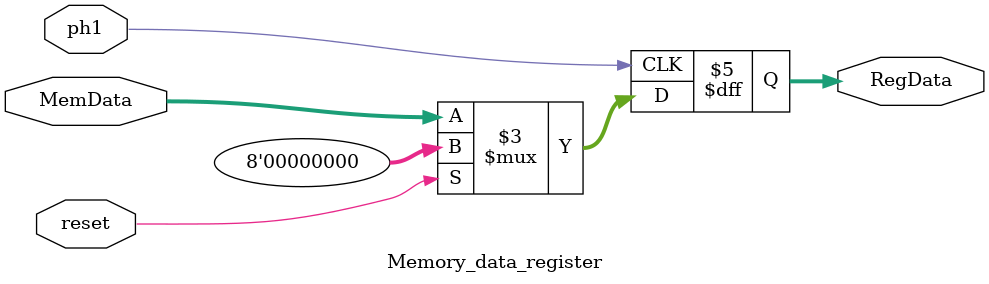
<source format=v>
module  Memory_data_register (
    input                   ph1, reset,
    input           [7:0]   MemData,
    output  reg     [7:0]   RegData
);

    always @(posedge ph1) begin
        if (reset) 
            RegData <= 8'b0;
        else
            RegData <= MemData;
    end    

endmodule
</source>
